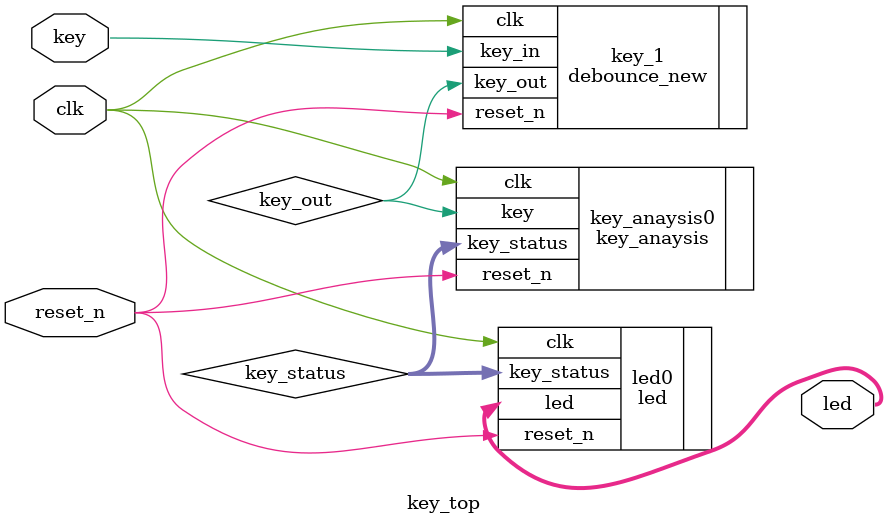
<source format=v>
module key_top(clk,reset_n,key,led);
input       clk;
input       reset_n;
input       key;

output [3:0]led;

wire key_out;
wire [2:0]key_status;


led led0(
 .clk        (clk             ),
 .reset_n    (reset_n         ),
 .key_status (key_status[2:0] ),
 .led        (led[3:0]        )
);

debounce_new key_1(
 .clk     (clk      ),
 .reset_n (reset_n  ),
 .key_in  (key      ),
 .key_out (key_out  )
);


key_anaysis key_anaysis0(
 .clk       (clk            ),
 .reset_n   (reset_n        ),
 .key       (key_out        ),
 .key_status(key_status[2:0])

);
endmodule

</source>
